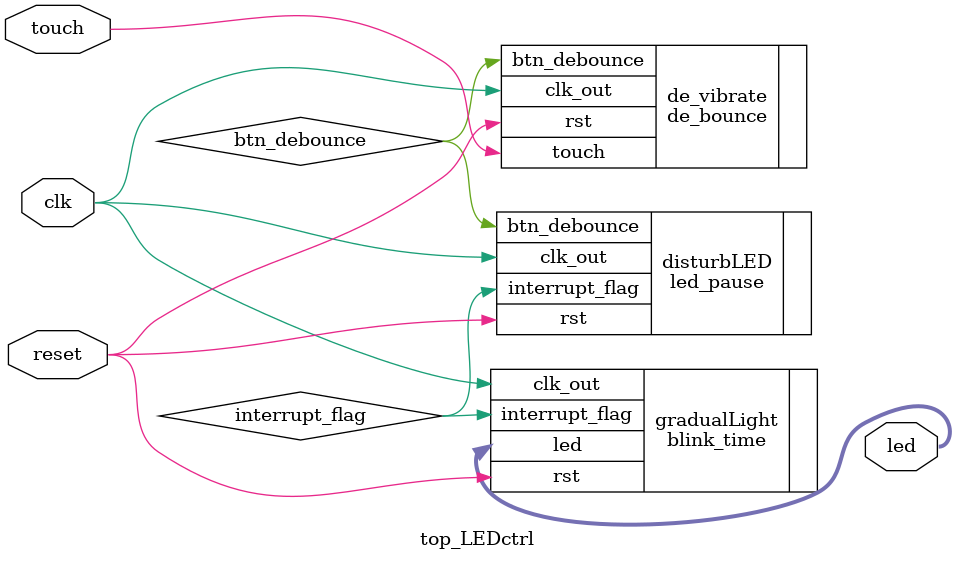
<source format=v>
module top_LEDctrl(
    input clk,
    input reset,
    input touch,
    output [3:0] led
    );
wire btn_debounce;
wire interrupt_flag;

parameter count_max = 20'd500000;
parameter us_max = 9'd500, ms_max = 8'd100, s_max = 8'd100;

de_bounce #( .count_max(count_max)) de_vibrate(
    .clk_out(clk),
    .rst(reset),
    .touch(touch),
    .btn_debounce(btn_debounce)
);

led_pause disturbLED(
    .clk_out(clk),
    .rst(reset),
    .btn_debounce(btn_debounce),
    .interrupt_flag(interrupt_flag)
);

blink_time #( .us_max(us_max), .ms_max(ms_max), .s_max(s_max)) gradualLight(
    .clk_out(clk),
    .rst(reset),
    .interrupt_flag(interrupt_flag),
    .led(led)
);
endmodule
</source>
